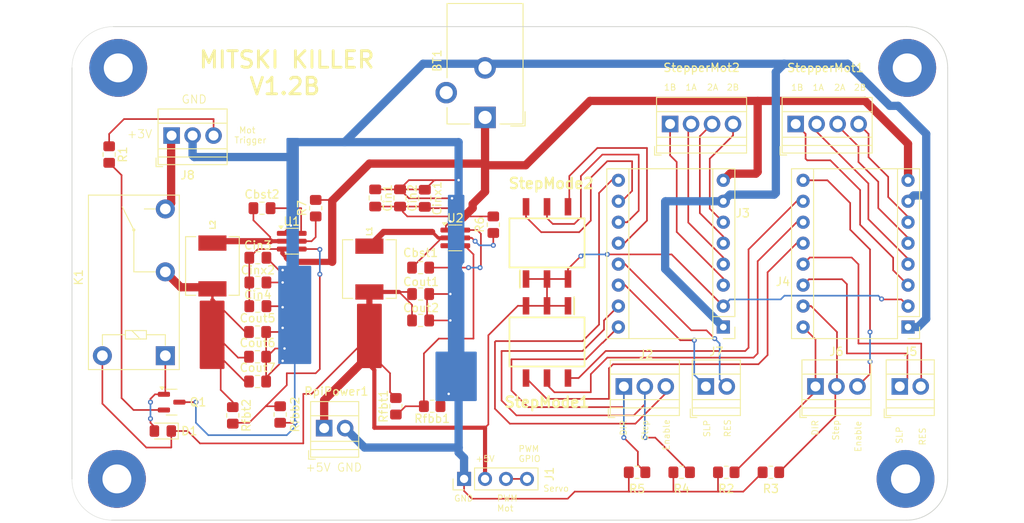
<source format=kicad_pcb>
(kicad_pcb (version 20240108) (generator "pcbnew") (generator_version "8.0")
  (layers (0 "F.Cu" signal) (31 "B.Cu" signal) (34 "B.Paste" user) (35 "F.Paste" user) (36 "B.SilkS" user "B.Silkscreen") (37 "F.SilkS" user "F.Silkscreen") (38 "B.Mask" user) (39 "F.Mask" user) (44 "Edge.Cuts" user))
  (net 0 "")
  (net 1 "GND")
  (net 2 "+12V")
  (net 3 "+5V")
  (net 4 "+3V")
  (net 5 "RPIO GPIO 17")
  (net 6 "RPIO GPIO 18")
  (net 7 "Net-(D1-A)")
  (net 8 "RPIO GPIO 24")
  (net 9 "RPIO GPIO 22")
  (net 10 "RPIO GPIO 23")
  (net 11 "RPIO GPIO 19")
  (net 12 "Net-(DCMotor1-+)")
  (net 13 "RPI GPIO 21")
  (net 14 "Net-(J3-MS3)")
  (net 15 "Net-(J3-1A)")
  (net 16 "Net-(J3-2A)")
  (net 17 "Net-(J3-~{SLEEP})")
  (net 18 "Net-(J3-MS1)")
  (net 19 "Net-(J3-~{RESET})")
  (net 20 "Net-(J3-2B)")
  (net 21 "Net-(J3-MS2)")
  (net 22 "Net-(J3-1B)")
  (net 23 "Net-(J4-MS3)")
  (net 24 "Net-(J4-2A)")
  (net 25 "Net-(J4-~{RESET})")
  (net 26 "Net-(J4-~{SLEEP})")
  (net 27 "Net-(J4-MS2)")
  (net 28 "Net-(J4-1A)")
  (net 29 "Net-(J4-MS1)")
  (net 30 "Net-(J4-1B)")
  (net 31 "Net-(J4-2B)")
  (net 32 "Net-(Q1-B)")
  (net 33 "Motor PWM")
  (net 34 "Net-(U2-VBST)")
  (net 35 "Net-(U2-SW)")
  (net 36 "Net-(U1-SW)")
  (net 37 "Net-(U1-VBST)")
  (net 38 "Net-(U2-VFB)")
  (net 39 "Net-(U1-VFB)")
  (net 40 "Net-(U1-EN)")
  (net 41 "Net-(U2-EN)")
  (footprint "Resistor_SMD:R_0805_2012Metric_Pad1.20x1.40mm_HandSolder" (layer "F.Cu") (at 158.2 88)
    (property "Reference" "R2")
    (property "Value" "10K")
  )
  (footprint "Capacitor_SMD:C_0805_2012Metric_Pad1.18x1.45mm_HandSolder" (layer "F.Cu") (at 101.5 62)
    (property "Reference" "Cin3")
    (property "Value" "10uF")
  )
  (footprint "TerminalBlock:TerminalBlock_Xinya_XY308-2.54-2P_1x02_P2.54mm_Horizontal" (layer "F.Cu") (at 109.525 82.65)
    (property "Reference" "RpiPower1")
    (property "Value" "Conn_01x02")
  )
  (footprint "" (layer "F.Cu") (at 84.435534 88.8)
    (property "Reference" "")
    (property "Value" "")
  )
  (footprint "Connector_BarrelJack:BarrelJack_CUI_PJ-102AH_Horizontal" (layer "F.Cu") (at 129 45 180)
    (property "Reference" "BT1")
    (property "Value" "Battery")
  )
  (footprint "Capacitor_SMD:C_0805_2012Metric_Pad1.18x1.45mm_HandSolder" (layer "F.Cu") (at 121.2 66.4)
    (property "Reference" "Cout1")
    (property "Value" "22uF")
  )
  (footprint "Package_TO_SOT_SMD:SOT-23-6" (layer "F.Cu") (at 105.6 60)
    (property "Reference" "U1")
    (property "Value" "TPS565208DDCR")
  )
  (footprint "TerminalBlock:TerminalBlock_Xinya_XY308-2.54-4P_1x04_P2.54mm_Horizontal" (layer "F.Cu") (at 166.6 45.8)
    (property "Reference" "StepperMot1")
    (property "Value" "Conn_01x04")
  )
  (footprint "SPM6530T-2R2M-HZ:IND_SPM6530T-2R2M-HZ" (layer "F.Cu") (at 96 63 -90)
    (property "Reference" "L2")
    (property "Value" "SPM6530T-2R2M")
  )
  (footprint "Resistor_SMD:R_0805_2012Metric_Pad1.20x1.40mm_HandSolder" (layer "F.Cu") (at 147.4 88)
    (property "Reference" "R5")
    (property "Value" "10K")
  )
  (footprint "Resistor_SMD:R_0805_2012Metric_Pad1.20x1.40mm_HandSolder" (layer "F.Cu") (at 152.8 88)
    (property "Reference" "R4")
    (property "Value" "10K")
  )
  (footprint "Capacitor_SMD:C_0805_2012Metric_Pad1.18x1.45mm_HandSolder" (layer "F.Cu") (at 121.7075 54.8 90)
    (property "Reference" "Cinx1")
    (property "Value" "100nF")
  )
  (footprint "MountingHole:MountingHole_3.5mm_Pad_TopBottom" (layer "F.Cu") (at 179.9 88.8)
    (property "Reference" "REF**" (hide yes))
    (property "Value" "MountingHole_3.5mm_Pad_TopBottom")
  )
  (footprint "TerminalBlock:TerminalBlock_Xinya_XY308-2.54-2P_1x02_P2.54mm_Horizontal" (layer "F.Cu") (at 179.2 77.6)
    (property "Reference" "J5")
    (property "Value" "Conn_01x02")
  )
  (footprint "Connector_PinHeader_2.54mm:PinHeader_1x04_P2.54mm_Vertical" (layer "F.Cu") (at 126.46 88.8 90)
    (property "Reference" "J1")
    (property "Value" "Conn_01x03")
  )
  (footprint "Resistor_SMD:R_0805_2012Metric_Pad1.20x1.40mm_HandSolder" (layer "F.Cu") (at 108.5 56 90)
    (property "Reference" "R7")
    (property "Value" "10k")
  )
  (footprint "DipSwitch-3Pin-219-3MST:SOP254P991X385-6N" (layer "F.Cu") (at 136.5 60.205 90)
    (property "Reference" "StepMode2")
    (property "Value" "219-3MST" (hide yes))
  )
  (footprint "Module:Pololu_Breakout-16_15.2x20.3mm" (layer "F.Cu") (at 180.2 70.4 180)
    (property "Reference" "J4")
    (property "Value" "Pololu_Breakout_A4988")
  )
  (footprint "TerminalBlock:TerminalBlock_Xinya_XY308-2.54-2P_1x02_P2.54mm_Horizontal" (layer "F.Cu") (at 155.725 77.6)
    (property "Reference" "J7")
    (property "Value" "Conn_01x02")
  )
  (footprint "Diode_SMD:D_0805_2012Metric_Pad1.15x1.40mm_HandSolder" (layer "F.Cu") (at 90 83 180)
    (property "Reference" "D1")
    (property "Value" "1N4001")
  )
  (footprint "" (layer "F.Cu") (at 179.9 88.8)
    (property "Reference" "")
    (property "Value" "")
  )
  (footprint "Capacitor_SMD:C_0805_2012Metric_Pad1.18x1.45mm_HandSolder" (layer "F.Cu") (at 101.4625 77)
    (property "Reference" "Cout7")
    (property "Value" "22uF")
  )
  (footprint "Resistor_SMD:R_0805_2012Metric_Pad1.20x1.40mm_HandSolder" (layer "F.Cu") (at 83.5 49.5 -90)
    (property "Reference" "R1")
    (property "Value" "750")
  )
  (footprint "Package_TO_SOT_SMD:SOT-23-6" (layer "F.Cu") (at 125.4 59.6)
    (property "Reference" "U2")
    (property "Value" "TPS565208DDCR")
  )
  (footprint "Resistor_SMD:R_0805_2012Metric_Pad1.20x1.40mm_HandSolder" (layer "F.Cu") (at 98.4625 81.105 -90)
    (property "Reference" "Rfbt2")
    (property "Value" "33.2kOhm")
  )
  (footprint "Capacitor_SMD:C_0805_2012Metric_Pad1.18x1.45mm_HandSolder" (layer "F.Cu") (at 121.2 63.2)
    (property "Reference" "Cbst1")
    (property "Value" "100nF")
  )
  (footprint "Capacitor_SMD:C_0805_2012Metric_Pad1.18x1.45mm_HandSolder" (layer "F.Cu") (at 101.5 65)
    (property "Reference" "Cinx2")
    (property "Value" "100nF")
  )
  (footprint "Capacitor_SMD:C_0805_2012Metric_Pad1.18x1.45mm_HandSolder" (layer "F.Cu") (at 121.2 69.6)
    (property "Reference" "Cout2")
    (property "Value" "22uF")
  )
  (footprint "Resistor_SMD:R_0805_2012Metric_Pad1.20x1.40mm_HandSolder" (layer "F.Cu") (at 104.2 81 -90)
    (property "Reference" "Rfbb2")
    (property "Value" "10kOhm")
  )
  (footprint "Module:Pololu_Breakout-16_15.2x20.3mm" (layer "F.Cu") (at 157.84 70.4 180)
    (property "Reference" "J3")
    (property "Value" "Pololu_Breakout_A4988")
  )
  (footprint "" (layer "F.Cu") (at 84.6 39)
    (property "Reference" "")
    (property "Value" "")
  )
  (footprint "SPM6530T-3R3M-HZ:IND_SPM6530T-3R3M-HZ" (layer "F.Cu") (at 115 63.375 -90)
    (property "Reference" "L1")
    (property "Value" "SPM6530T-3R3M")
  )
  (footprint "Capacitor_SMD:C_0805_2012Metric_Pad1.18x1.45mm_HandSolder" (layer "F.Cu") (at 101.5 67.875)
    (property "Reference" "Cin4")
    (property "Value" "10uF")
  )
  (footprint "" (layer "F.Cu") (at 180.1 39)
    (property "Reference" "")
    (property "Value" "")
  )
  (footprint "MountingHole:MountingHole_3.5mm_Pad_TopBottom" (layer "F.Cu") (at 180.1 39)
    (property "Reference" "REF**" (hide yes))
    (property "Value" "MountingHole_3.5mm_Pad_TopBottom")
  )
  (footprint "DipSwitch-3Pin-219-3MST:SOP254P991X385-6N" (layer "F.Cu") (at 136.5 72.205 -90)
    (property "Reference" "StepMode1")
    (property "Value" "219-3MST" (hide yes))
  )
  (footprint "Capacitor_SMD:C_0805_2012Metric_Pad1.18x1.45mm_HandSolder" (layer "F.Cu") (at 102 56)
    (property "Reference" "Cbst2")
    (property "Value" "100nF")
  )
  (footprint "TerminalBlock:TerminalBlock_Xinya_XY308-2.54-4P_1x04_P2.54mm_Horizontal" (layer "F.Cu") (at 151.4 45.8)
    (property "Reference" "StepperMot2")
    (property "Value" "Conn_01x04")
  )
  (footprint "Capacitor_SMD:C_0805_2012Metric_Pad1.18x1.45mm_HandSolder" (layer "F.Cu") (at 118.7075 54.7625 90)
    (property "Reference" "Cin2")
    (property "Value" "10uF")
  )
  (footprint "Package_TO_SOT_SMD:SOT-23" (layer "F.Cu") (at 91.0625 79.5)
    (property "Reference" "Q1")
    (property "Value" "MMBT2222A")
  )
  (footprint "Capacitor_SMD:C_0805_2012Metric_Pad1.18x1.45mm_HandSolder" (layer "F.Cu") (at 101.4625 71)
    (property "Reference" "Cout5")
    (property "Value" "22uF")
  )
  (footprint "TerminalBlock:TerminalBlock_Xinya_XY308-2.54-3P_1x03_P2.54mm_Horizontal" (layer "F.Cu") (at 91.06 47.2)
    (property "Reference" "J8")
    (property "Value" "Conn_01x03")
  )
  (footprint "Resistor_SMD:R_0805_2012Metric_Pad1.20x1.40mm_HandSolder" (layer "F.Cu") (at 163.6 88)
    (property "Reference" "R3")
    (property "Value" "10K")
  )
  (footprint "Capacitor_SMD:C_0805_2012Metric_Pad1.18x1.45mm_HandSolder" (layer "F.Cu") (at 115.7075 54.7625 90)
    (property "Reference" "Cin1")
    (property "Value" "10uF")
  )
  (footprint "TerminalBlock:TerminalBlock_Xinya_XY308-2.54-3P_1x03_P2.54mm_Horizontal" (layer "F.Cu") (at 169 77.6)
    (property "Reference" "J6")
    (property "Value" "Conn_01x03")
  )
  (footprint "MountingHole:MountingHole_3.5mm_Pad_TopBottom" (layer "F.Cu") (at 84.435534 88.8)
    (property "Reference" "REF**" (hide yes))
    (property "Value" "MountingHole_3.5mm_Pad_TopBottom")
  )
  (footprint "Capacitor_SMD:C_0805_2012Metric_Pad1.18x1.45mm_HandSolder" (layer "F.Cu") (at 101.4625 74)
    (property "Reference" "Cout6")
    (property "Value" "22uF")
  )
  (footprint "MountingHole:MountingHole_3.5mm_Pad_TopBottom" (layer "F.Cu") (at 84.6 39)
    (property "Reference" "REF**" (hide yes))
    (property "Value" "MountingHole_3.5mm_Pad_TopBottom")
  )
  (footprint "Resistor_SMD:R_0805_2012Metric_Pad1.20x1.40mm_HandSolder" (layer "F.Cu") (at 130 58 90)
    (property "Reference" "R6")
    (property "Value" "10k")
  )
  (footprint "TerminalBlock:TerminalBlock_Xinya_XY308-2.54-3P_1x03_P2.54mm_Horizontal" (layer "F.Cu") (at 145.8 77.6)
    (property "Reference" "J2")
    (property "Value" "Conn_01x03")
  )
  (footprint "Resistor_SMD:R_0805_2012Metric_Pad1.20x1.40mm_HandSolder" (layer "F.Cu") (at 122.6 80)
    (property "Reference" "Rfbb1")
    (property "Value" "10kOhm")
  )
  (footprint "Resistor_SMD:R_0805_2012Metric_Pad1.20x1.40mm_HandSolder" (layer "F.Cu") (at 118.2075 80 -90)
    (property "Reference" "Rfbt1")
    (property "Value" "55kOhm")
  )
  (footprint "Relay_THT:Relay_SPST_Omron-G5Q-1A" (layer "F.Cu") (at 90.3 73.875 90)
    (property "Reference" "K1")
    (property "Value" "G5Q-1A")
  )
  (gr_arc (start 180 34) (mid 183.535534 35.464466) (end 185 39) (stroke (width 0.1)) (layer "Edge.Cuts"))
  (gr_line (start 185 39) (end 185 88.864466) (stroke (width 0.1)) (layer "Edge.Cuts"))
  (gr_arc (start 79 39) (mid 80.464466 35.464466) (end 84 34) (stroke (width 0.05)) (layer "Edge.Cuts"))
  (gr_line (start 84 34) (end 180 34) (stroke (width 0.1)) (layer "Edge.Cuts"))
  (gr_line (start 79 88.8) (end 79 39) (stroke (width 0.1)) (layer "Edge.Cuts"))
  (gr_arc (start 185 88.864466) (mid 183.522183 92.367767) (end 180 93.8) (stroke (width 0.1)) (layer "Edge.Cuts"))
  (gr_arc (start 83.8 93.8) (mid 80.364466 92.294113) (end 79 88.8) (stroke (width 0.05)) (layer "Edge.Cuts"))
  (gr_line (start 180 93.8) (end 83.8 93.8) (stroke (width 0.1)) (layer "Edge.Cuts"))
  (gr_text "2A" (at 171.19 41.82 0) (layer "F.SilkS") (effects (font (size 0.75 0.75) (thickness 0.1)) (justify left bottom)))
  (gr_text "GND" (at 125.2 91.6 0) (layer "F.SilkS") (effects (font (size 0.75 0.75) (thickness 0.1)) (justify left bottom)))
  (gr_text "SLP" (at 156.3 83.8 90) (layer "F.SilkS") (effects (font (size 0.75 0.75) (thickness 0.1)) (justify left bottom)))
  (gr_text "DIR" (at 146.2 83.6 90) (layer "F.SilkS") (effects (font (size 0.75 0.75) (thickness 0.1)) (justify left bottom)))
  (gr_text "PWM\nMot" (at 130.4 92.8 0) (layer "F.SilkS") (effects (font (size 0.75 0.75) (thickness 0.1)) (justify left bottom)))
  (gr_text "+5V" (at 107.2 88 0) (layer "F.SilkS") (effects (font (size 1 1) (thickness 0.1)) (justify left bottom)))
  (gr_text "Enable" (at 174.6 85.6 90) (layer "F.SilkS") (effects (font (size 0.75 0.75) (thickness 0.1)) (justify left bottom)))
  (gr_text "Step\n" (at 171.9 84.2 90) (layer "F.SilkS") (effects (font (size 0.75 0.75) (thickness 0.1)) (justify left bottom)))
  (gr_text "RES" (at 158.8 83.8 90) (layer "F.SilkS") (effects (font (size 0.75 0.75) (thickness 0.1)) (justify left bottom)))
  (gr_text "1A\n" (at 168.59 41.82 0) (layer "F.SilkS") (effects (font (size 0.75 0.75) (thickness 0.1)) (justify left bottom)))
  (gr_text "1B" (at 150.6 41.8 0) (layer "F.SilkS") (effects (font (size 0.75 0.75) (thickness 0.1)) (justify left bottom)))
  (gr_text "Step\n" (at 148.8 84.2 90) (layer "F.SilkS") (effects (font (size 0.75 0.75) (thickness 0.1)) (justify left bottom)))
  (gr_text "Servo" (at 136 90.4 0) (layer "F.SilkS") (effects (font (size 0.75 0.75) (thickness 0.1)) (justify left bottom)))
  (gr_text "1B" (at 165.99 41.82 0) (layer "F.SilkS") (effects (font (size 0.75 0.75) (thickness 0.1)) (justify left bottom)))
  (gr_text "RES" (at 182.4 84.8 90) (layer "F.SilkS") (effects (font (size 0.75 0.75) (thickness 0.1)) (justify left bottom)))
  (gr_text "GND" (at 92.2 43.4 0) (layer "F.SilkS") (effects (font (size 1 1) (thickness 0.1)) (justify left bottom)))
  (gr_text "DIR" (at 169.4 83.6 90) (layer "F.SilkS") (effects (font (size 0.75 0.75) (thickness 0.1)) (justify left bottom)))
  (gr_text "GND" (at 111 88 0) (layer "F.SilkS") (effects (font (size 1 1) (thickness 0.1)) (justify left bottom)))
  (gr_text "2B\n" (at 158.2 41.8 0) (layer "F.SilkS") (effects (font (size 0.75 0.75) (thickness 0.1)) (justify left bottom)))
  (gr_text "PWM\nGPIO" (at 133 86.8 0) (layer "F.SilkS") (effects (font (size 0.75 0.75) (thickness 0.1)) (justify left bottom)))
  (gr_text "1A\n" (at 153.2 41.8 0) (layer "F.SilkS") (effects (font (size 0.75 0.75) (thickness 0.1)) (justify left bottom)))
  (gr_text "+3V" (at 85.6 47.6 0) (layer "F.SilkS") (effects (font (size 1 1) (thickness 0.1)) (justify left bottom)))
  (gr_text "Enable" (at 151.4 85.4 90) (layer "F.SilkS") (effects (font (size 0.75 0.75) (thickness 0.1)) (justify left bottom)))
  (gr_text "2B\n" (at 173.59 41.82 0) (layer "F.SilkS") (effects (font (size 0.75 0.75) (thickness 0.1)) (justify left bottom)))
  (gr_text "+5V" (at 127.8 86.8 0) (layer "F.SilkS") (effects (font (size 0.75 0.75) (thickness 0.1)) (justify left bottom)))
  (gr_text " Mot \nTrigger" (at 98.6 48.2 0) (layer "F.SilkS") (effects (font (size 0.75 0.75) (thickness 0.1)) (justify left bottom)))
  (gr_text "MITSKI KILLER \n    V1.2B" (at 94.2 42.4 0) (layer "F.SilkS") (effects (font (size 2 2) (thickness 0.35) (bold yes)) (justify left bottom)))
  (gr_text "2A" (at 155.8 41.8 0) (layer "F.SilkS") (effects (font (size 0.75 0.75) (thickness 0.1)) (justify left bottom)))
  (gr_text "SLP" (at 179.6 84.6 90) (layer "F.SilkS") (effects (font (size 0.75 0.75) (thickness 0.1)) (justify left bottom)))
  (segment (start 123.7075 79.1675) (end 123.7075 80) (width 0.2) (layer "F.Cu") (net 1))
  (segment (start 124.2625 58.65) (end 124.2625 58.1375) (width 0.2) (layer "F.Cu") (net 1))
  (segment (start 103.605 73) (end 102.5 74.105) (width 0.2) (layer "F.Cu") (net 1))
  (segment (start 125.8 52.6) (end 123 52.6) (width 0.2) (layer "F.Cu") (net 1))
  (segment (start 94 79.5) (end 92 79.5) (width 0.2) (layer "F.Cu") (net 1))
  (segment (start 119.7825 54.8) (end 118.7075 53.725) (width 0.2) (layer "F.Cu") (net 1))
  (segment (start 102.5375 67.875) (end 104.375 67.875) (width 0.2) (layer "F.Cu") (net 1))
  (segment (start 124.8 69.6) (end 122.2375 69.6) (width 0.2) (layer "F.Cu") (net 1))
  (segment (start 121.7075 53.7625) (end 121.7075 54.155) (width 0.2) (layer "F.Cu") (net 1))
  (segment (start 126.46 88.8) (end 126.46 90.26) (width 0.2) (layer "F.Cu") (net 1))
  (segment (start 157.2 90.34) (end 160.26 90.34) (width 0.2) (layer "F.Cu") (net 1))
  (segment (start 124.375 78.5) (end 123.7075 79.1675) (width 0.2) (layer "F.Cu") (net 1))
  (segment (start 115.7075 53.725) (end 118.7075 53.725) (width 0.2) (layer "F.Cu") (net 1))
  (segment (start 105.5 58.1) (end 104.55 59.05) (width 0.2) (layer "F.Cu") (net 1))
  (segment (start 139.86 90.34) (end 146.4 90.34) (width 0.2) (layer "F.Cu") (net 1))
  (segment (start 151.8 90.34) (end 157.2 90.34) (width 0.2) (layer "F.Cu") (net 1))
  (segment (start 104.375 67.875) (end 104.5 68) (width 0.2) (layer "F.Cu") (net 1))
  (segment (start 102.5 76.5) (end 104.5 74.5) (width 0.2) (layer "F.Cu") (net 1))
  (segment (start 127.4 91.2) (end 139 91.2) (width 0.2) (layer "F.Cu") (net 1))
  (segment (start 102.5 71.5) (end 102.5 77.5) (width 0.2) (layer "F.Cu") (net 1))
  (segment (start 104.0375 63.5) (end 104.5 63.5) (width 0.2) (layer "F.Cu") (net 1))
  (segment (start 146.4 90.34) (end 151.8 90.34) (width 0.2) (layer "F.Cu") (net 1))
  (segment (start 160.26 90.34) (end 162.6 88) (width 0.2) (layer "F.Cu") (net 1))
  (segment (start 121.67 53.725) (end 121.7075 53.7625) (width 0.2) (layer "F.Cu") (net 1))
  (segment (start 122.2375 66.4) (end 121.98125 66.65625) (width 0.2) (layer "F.Cu") (net 1))
  (segment (start 146.4 88) (end 146.4 90.34) (width 0.2) (layer "F.Cu") (net 1))
  (segment (start 162.85 88) (end 162.6 88) (width 0.2) (layer "F.Cu") (net 1))
  (segment (start 104.72625 73) (end 103.605 73) (width 0.2) (layer "F.Cu") (net 1))
  (segment (start 102.5 77.5) (end 102.5 76.5) (width 0.2) (layer "F.Cu") (net 1))
  (segment (start 124.8 66.4) (end 122.2375 66.4) (width 0.2) (layer "F.Cu") (net 1))
  (segment (start 118.7075 53.725) (end 119 54.0175) (width 0.2) (layer "F.Cu") (net 1))
  (segment (start 102.5375 65) (end 104.5 65) (width 0.2) (layer "F.Cu") (net 1))
  (segment (start 121.98125 66.65625) (end 121.98125 69.34375) (width 0.2) (layer "F.Cu") (net 1))
  (segment (start 125 54.8) (end 119.7825 54.8) (width 0.2) (layer "F.Cu") (net 1))
  (segment (start 119.775 52.6) (end 119 53.375) (width 0.2) (layer "F.Cu") (net 1))
  (segment (start 151.8 88) (end 151.8 90.34) (width 0.2) (layer "F.Cu") (net 1))
  (segment (start 104 71) (end 102.5 71) (width 0.2) (layer "F.Cu") (net 1))
  (segment (start 121.98125 69.34375) (end 122.2375 69.6) (width 0.2) (layer "F.Cu") (net 1))
  (segment (start 124.2625 58.1375) (end 124.8 57.6) (width 0.2) (layer "F.Cu") (net 1))
  (segment (start 104.55 59.05) (end 104.4625 59.05) (width 0.2) (layer "F.Cu") (net 1))
  (segment (start 123 52.6) (end 119.775 52.6) (width 0.2) (layer "F.Cu") (net 1))
  (segment (start 126.46 88.8) (end 126.46 89.26) (width 0.2) (layer "F.Cu") (net 1))
  (segment (start 106 82) (end 104.2 82) (width 0.2) (layer "F.Cu") (net 1))
  (segment (start 157.2 88) (end 157.2 90.34) (width 0.2) (layer "F.Cu") (net 1))
  (segment (start 104.5 70.5) (end 104 71) (width 0.2) (layer "F.Cu") (net 1))
  (segment (start 123 52.6) (end 122.87 52.6) (width 0.2) (layer "F.Cu") (net 1))
  (segment (start 124.6 78.5) (end 124.375 78.5) (width 0.2) (layer "F.Cu") (net 1))
  (segment (start 126.46 90.26) (end 127.4 91.2) (width 0.2) (layer "F.Cu") (net 1))
  (segment (start 122.87 52.6) (end 121.7075 53.7625) (width 0.2) (layer "F.Cu") (net 1))
  (segment (start 102.5375 62) (end 104.0375 63.5) (width 0.2) (layer "F.Cu") (net 1))
  (segment (start 139 91.2) (end 139.86 90.34) (width 0.2) (layer "F.Cu") (net 1))
  (segment (start 118.7075 53.725) (end 121.67 53.725) (width 0.2) (layer "F.Cu") (net 1))
  (via (at 124.8 66.4) (size 0.6) (drill 0.3) (layers "F.Cu" "B.Cu") (net 1))
  (via (at 104.5 65) (size 0.6) (drill 0.3) (layers "F.Cu" "B.Cu") (net 1))
  (via (at 125 54.8) (size 0.6) (drill 0.3) (layers "F.Cu" "B.Cu") (net 1))
  (via (at 106 82) (size 0.6) (drill 0.3) (layers "F.Cu" "B.Cu") (net 1))
  (via (at 104.72625 73) (size 0.6) (drill 0.3) (layers "F.Cu" "B.Cu") (net 1))
  (via (at 104.5 63.5) (size 0.6) (drill 0.3) (layers "F.Cu" "B.Cu") (net 1))
  (via (at 124.8 69.6) (size 0.6) (drill 0.3) (layers "F.Cu" "B.Cu") (net 1))
  (via (at 104.5 68) (size 0.6) (drill 0.3) (layers "F.Cu" "B.Cu") (net 1))
  (via (at 125.8 52.6) (size 0.6) (drill 0.3) (layers "F.Cu" "B.Cu") (net 1))
  (via (at 104.5 70.5) (size 0.6) (drill 0.3) (layers "F.Cu" "B.Cu") (net 1))
  (via (at 105.5 58.1) (size 0.6) (drill 0.3) (layers "F.Cu" "B.Cu") (net 1))
  (via (at 124.8 57.6) (size 0.6) (drill 0.3) (layers "F.Cu" "B.Cu") (net 1))
  (via (at 124.6 78.5) (size 0.6) (drill 0.3) (layers "F.Cu" "B.Cu") (net 1))
  (via (at 104.5 74.5) (size 0.6) (drill 0.3) (layers "F.Cu" "B.Cu") (net 1))
  (via (at 94 79.5) (size 0.6) (drill 0.3) (layers "F.Cu" "B.Cu") (net 1))
  (segment (start 112 48) (end 121.5 38.5) (width 1) (layer "B.Cu") (net 1))
  (segment (start 182.4 47) (end 182.4 69.4) (width 1) (layer "B.Cu") (net 1))
  (segment (start 164.2 39.5) (end 164.2 54.155) (width 1) (layer "B.Cu") (net 1))
  (segment (start 94 82) (end 95.5 83.5) (width 0.2) (layer "B.Cu") (net 1))
  (segment (start 164.2 54.155) (end 164 54.355) (width 1) (layer "B.Cu") (net 1))
  (segment (start 157.84 55.16) (end 150.845 55.16) (width 1) (layer "B.Cu") (net 1))
  (segment (start 180.91 54.45) (end 180.2 55.16) (width 1) (layer "B.Cu") (net 1))
  (segment (start 158.645 54.355) (end 157.84 55.16) (width 1) (layer "B.Cu") (net 1))
  (segment (start 114.415 85) (end 125.8 85) (width 1) (layer "B.Cu") (net 1))
  (segment (start 106 82.5) (end 106 82) (width 0.2) (layer "B.Cu") (net 1))
  (segment (start 93.6 47.2) (end 93.6 49.6) (width 1) (layer "B.Cu") (net 1))
  (segment (start 179 43.6) (end 182.4 47) (width 1) (layer "B.Cu") (net 1))
  (segment (start 93.6 49.6) (end 93.8 49.8) (width 1) (layer "B.Cu") (net 1))
  (segment (start 182.4 69.4) (end 181.4 70.4) (width 1) (layer "B.Cu") (net 1))
  (segment (start 165.2 38.5) (end 172.9 38.5) (width 1) (layer "B.Cu") (net 1))
  (segment (start 94 79.5) (end 94 82) (width 0.2) (layer "B.Cu") (net 1))
  (segment (start 121.5 38.5) (end 165.2 38.5) (width 1) (layer "B.Cu") (net 1))
  (segment (start 112.065 82.65) (end 114.415 85) (width 1) (layer "B.Cu") (net 1))
  (segment (start 165.2 38.5) (end 164.2 39.5) (width 1) (layer "B.Cu") (net 1))
  (segment (start 105.9625 81.9625) (end 106 82) (width 0.2) (layer "B.Cu") (net 1))
  (segment (start 105 83.5) (end 106 82.5) (width 0.2) (layer "B.Cu") (net 1))
  (segment (start 172.9 38.5) (end 178 43.6) (width 1) (layer "B.Cu") (net 1))
  (segment (start 164 54.355) (end 158.645 54.355) (width 1) (layer "B.Cu") (net 1))
  (segment (start 112 48) (end 125.8 48) (width 1) (layer "B.Cu") (net 1))
  (segment (start 125.8 48) (end 125.8 55.8) (width 1) (layer "B.Cu") (net 1))
  (segment (start 150.8 63.36) (end 157.84 70.4) (width 1) (layer "B.Cu") (net 1))
  (segment (start 126.46 86.26) (end 126.46 88.8) (width 1) (layer "B.Cu") (net 1))
  (segment (start 105.9625 74.2) (end 105.9625 81.9625) (width 0.2) (layer "B.Cu") (net 1))
  (segment (start 95.5 83.5) (end 105 83.5) (width 0.2) (layer "B.Cu") (net 1))
  (segment (start 150.8 55.205) (end 150.8 63.36) (width 1) (layer "B.Cu") (net 1))
  (segment (start 125.8 85.6) (end 126.46 86.26) (width 1) (layer "B.Cu") (net 1))
  (segment (start 178 43.6) (end 179 43.6) (width 1) (layer "B.Cu") (net 1))
  (segment (start 112 48) (end 105.5 48) (width 1) (layer "B.Cu") (net 1))
  (segment (start 93.8 49.8) (end 105.6 49.8) (width 1) (layer "B.Cu") (net 1))
  (segment (start 125.8 85) (end 125.8 85.6) (width 1) (layer "B.Cu") (net 1))
  (segment (start 182.35 54.45) (end 180.91 54.45) (width 1) (layer "B.Cu") (net 1))
  (segment (start 181.4 70.4) (end 180.2 70.4) (width 1) (layer "B.Cu") (net 1))
  (segment (start 150.845 55.16) (end 150.8 55.205) (width 1) (layer "B.Cu") (net 1))
  (segment (start 125.8 85) (end 125.8 78.4) (width 1) (layer "B.Cu") (net 1))
  (segment (start 100.4625 62) (end 101.5125 60.95) (width 0.2) (layer "F.Cu") (net 2))
  (segment (start 119.6 57) (end 119.0375 56.4375) (width 0.2) (layer "F.Cu") (net 2))
  (segment (start 126.48919 57) (end 126.344595 57.144595) (width 0.2) (layer "F.Cu") (net 2))
  (segment (start 126.344595 57.144595) (end 127.5 55.98919) (width 1) (layer "F.Cu") (net 2))
  (segment (start 110.5 62.5) (end 105.5 62.5) (width 0.75) (layer "F.Cu") (net 2))
  (segment (start 124.85 60.55) (end 124.2625 60.55) (width 0.35) (layer "F.Cu") (net 2))
  (segment (start 110.5 55.1) (end 115 50.6) (width 1) (layer "F.Cu") (net 2))
  (segment (start 161.785 51.815) (end 158.645 51.815) (width 1) (layer "F.Cu") (net 2))
  (segment (start 125.6 56) (end 126.6 57) (width 0.2) (layer "F.Cu") (net 2))
  (segment (start 121.7075 55.8375) (end 121.87 56) (width 0.2) (layer "F.Cu") (net 2))
  (segment (start 180.2 48.2) (end 180.2 52.62) (width 1) (layer "F.Cu") (net 2))
  (segment (start 129 50.6) (end 129.2 50.8) (width 1) (layer "F.Cu") (net 2))
  (segment (start 125.4 60) (end 124.85 60.55) (width 0.35) (layer "F.Cu") (net 2))
  (segment (start 110.5 62.5) (end 110.5 55.1) (width 1) (layer "F.Cu") (net 2))
  (segment (start 108.5 55) (end 110.4 55) (width 0.2) (layer "F.Cu") (net 2))
  (segment (start 110.4 55) (end 110.5 55.1) (width 0.2) (layer "F.Cu") (net 2))
  (segment (start 130 57) (end 126.48919 57) (width 0.2) (layer "F.Cu") (net 2))
  (segment (start 105.5 62.5) (end 105 62) (width 0.75) (layer "F.Cu") (net 2))
  (segment (start 125.4 58.08919) (end 125.4 60) (width 0.35) (layer "F.Cu") (net 2))
  (segment (start 115 50.6) (end 129 50.6) (width 1) (layer "F.Cu") (net 2))
  (segment (start 121.7075 55.8375) (end 121.67 55.8) (width 0.2) (layer "F.Cu") (net 2))
  (segment (start 127.5 55.98919) (end 127.5 55.5) (width 1) (layer "F.Cu") (net 2))
  (segment (start 105 62) (end 104.4625 61.4625) (width 0.5) (layer "F.Cu") (net 2))
  (segment (start 141.705 43) (end 175 43) (width 1) (layer "F.Cu") (net 2))
  (segment (start 129.2 50.8) (end 133.905 50.8) (width 1) (layer "F.Cu") (net 2))
  (segment (start 100.4625 65) (end 100.4625 62) (width 0.2) (layer "F.Cu") (net 2))
  (segment (start 162 51.6) (end 161.785 51.815) (width 1) (layer "F.Cu") (net 2))
  (segment (start 175 43) (end 180.2 48.2) (width 1) (layer "F.Cu") (net 2))
  (segment (start 118.8375 55.8) (end 119 55.9625) (width 0.2) (layer "F.Cu") (net 2))
  (segment (start 121.87 56) (end 125.6 56) (width 0.2) (layer "F.Cu") (net 2))
  (segment (start 133.905 50.8) (end 141.705 43) (width 1) (layer "F.Cu") (net 2))
  (segment (start 121.67 55.8) (end 118.7075 55.8) (width 0.2) (layer "F.Cu") (net 2))
  (segment (start 104.4625 61.4625) (end 104.4625 61) (width 0.5) (layer "F.Cu") (net 2))
  (segment (start 101.5125 60.95) (end 104.4625 60.95) (width 0.2) (layer "F.Cu") (net 2))
  (segment (start 158.645 51.815) (end 157.84 52.62) (width 1) (layer "F.Cu") (net 2))
  (segment (start 127.089191 56.4) (end 127.4 56.4) (width 0.35) (layer "F.Cu") (net 2))
  (segment (start 115.7075 55.8) (end 118.8375 55.8) (width 0.2) (layer "F.Cu") (net 2))
  (segment (start 129 54) (end 129 45) (width 1) (layer "F.Cu") (net 2))
  (segment (start 126.344595 57.144595) (end 125.4 58.08919) (width 0.35) (layer "F.Cu") (net 2))
  (segment (start 100.4625 67.875) (end 100.4625 65) (width 0.2) (layer "F.Cu") (net 2))
  (segment (start 126.444596 57.044596) (end 126.4 57) (width 0.2) (layer "F.Cu") (net 2))
  (segment (start 127.5 55.5) (end 129 54) (width 1) (layer "F.Cu") (net 2))
  (segment (start 162 43) (end 162 51.6) (width 1) (layer "F.Cu") (net 2))
  (segment (start 126.4 57) (end 119.6 57) (width 0.2) (layer "F.Cu") (net 2))
  (segment (start 133.96 64.58) (end 136.5 64.58) (width 0.2) (layer "F.Cu") (net 3))
  (segment (start 129 82.6) (end 129 88.8) (width 0.5) (layer "F.Cu") (net 3))
  (segment (start 136.5 64.58) (end 136.5 67.83) (width 0.2) (layer "F.Cu") (net 3))
  (segment (start 109.525 82.65) (end 109.525 79.275) (width 1) (layer "F.Cu") (net 3))
  (segment (start 91.025 83) (end 91.025 84.975) (width 0.2) (layer "F.Cu") (net 3))
  (segment (start 129 82.6) (end 115.6 82.6) (width 0.5) (layer "F.Cu") (net 3))
  (segment (start 179.395 67.055) (end 180.2 67.86) (width 0.2) (layer "F.Cu") (net 3))
  (segment (start 129 82.6) (end 129.4 82.2) (width 0.2) (layer "F.Cu") (net 3))
  (segment (start 115.6 82.6) (end 115.6 75.6) (width 0.5) (layer "F.Cu") (net 3))
  (segment (start 115 66.15) (end 115 67.6) (width 0.75) (layer "F.Cu") (net 3))
  (segment (start 117.5 78.2925) (end 117.5 76) (width 0.2) (layer "F.Cu") (net 3))
  (segment (start 118.2075 79) (end 117.5 78.2925) (width 0.2) (layer "F.Cu") (net 3))
  (segment (start 139.04 63.36) (end 139.04 64.58) (width 0.2) (layer "F.Cu") (net 3))
  (segment (start 177.055 67.055) (end 179.395 67.055) (width 0.2) (layer "F.Cu") (net 3))
  (segment (start 143.8 61.6) (end 151.58 61.6) (width 0.2) (layer "F.Cu") (net 3))
  (segment (start 120.1625 67.71875) (end 118.59375 66.15) (width 0.2) (layer "F.Cu") (net 3))
  (segment (start 108 78.5) (end 114 72.5) (width 0.2) (layer "F.Cu") (net 3))
  (segment (start 91 85) (end 88 85) (width 0.2) (layer "F.Cu") (net 3))
  (segment (start 91.025 84.975) (end 91 85) (width 0.2) (layer "F.Cu") (net 3))
  (segment (start 129.4 82.2) (end 129.4 71.4) (width 0.2) (layer "F.Cu") (net 3))
  (segment (start 129.4 71.4) (end 132.97 67.83) (width 0.2) (layer "F.Cu") (net 3))
  (segment (start 139.04 67.83) (end 136.5 67.83) (width 0.2) (layer "F.Cu") (net 3))
  (segment (start 115.6 75.6) (end 115 75) (width 0.5) (layer "F.Cu") (net 3))
  (segment (start 151.58 61.6) (end 157.84 67.86) (width 0.2) (layer "F.Cu") (net 3))
  (segment (start 177 67) (end 177.055 67.055) (width 0.2) (layer "F.Cu") (net 3))
  (segment (start 139.04 64.58) (end 136.5 64.58) (width 0.2) (layer "F.Cu") (net 3))
  (segment (start 107 78.5) (end 108 78.5) (width 0.2) (layer "F.Cu") (net 3))
  (segment (start 132.97 67.83) (end 133.96 67.83) (width 0.2) (layer "F.Cu") (net 3))
  (segment (start 109.525 79.275) (end 113.1 75.7) (width 1) (layer "F.Cu") (net 3))
  (segment (start 94.5 84.5) (end 107 84.5) (width 0.2) (layer "F.Cu") (net 3))
  (segment (start 140.6 61.8) (end 139.04 63.36) (width 0.2) (layer "F.Cu") (net 3))
  (segment (start 120.1625 69.6) (end 120.1625 67.71875) (width 0.2) (layer "F.Cu") (net 3))
  (segment (start 133.96 67.83) (end 136.5 67.83) (width 0.2) (layer "F.Cu") (net 3))
  (segment (start 113.1 75.7) (end 114.4 74.4) (width 1) (layer "F.Cu") (net 3))
  (segment (start 91.025 83) (end 93 83) (width 0.2) (layer "F.Cu") (net 3))
  (segment (start 118.59375 66.15) (end 115.675 66.15) (width 0.5) (layer "F.Cu") (net 3))
  (segment (start 93 83) (end 94.5 84.5) (width 0.2) (layer "F.Cu") (net 3))
  (segment (start 107 84.5) (end 107 78.5) (width 0.2) (layer "F.Cu") (net 3))
  (segment (start 120.1625 66.4) (end 119.9125 66.15) (width 0.2) (layer "F.Cu") (net 3))
  (segment (start 88 85) (end 82.68 79.68) (width 0.2) (layer "F.Cu") (net 3))
  (segment (start 82.68 79.68) (end 82.68 73.875) (width 0.2) (layer "F.Cu") (net 3))
  (segment (start 119.9125 66.15) (end 118.59375 66.15) (width 0.2) (layer "F.Cu") (net 3))
  (segment (start 117.5 76) (end 116 74.5) (width 0.2) (layer "F.Cu") (net 3))
  (via (at 177 67) (size 0.6) (drill 0.3) (layers "F.Cu" "B.Cu") (net 3))
  (via (at 143.8 61.6) (size 0.6) (drill 0.3) (layers "F.Cu" "B.Cu") (net 3))
  (via (at 140.6 61.8) (size 0.6) (drill 0.3) (layers "F.Cu" "B.Cu") (net 3))
  (segment (start 177 67) (end 176.6 66.6) (width 0.2) (layer "B.Cu") (net 3))
  (segment (start 176.6 66.6) (end 165.24 66.6) (width 0.2) (layer "B.Cu") (net 3))
  (segment (start 164.785 67.055) (end 158.645 67.055) (width 0.2) (layer "B.Cu") (net 3))
  (segment (start 140.8 61.6) (end 143.8 61.6) (width 0.2) (layer "B.Cu") (net 3))
  (segment (start 158.645 67.055) (end 157.84 67.86) (width 0.2) (layer "B.Cu") (net 3))
  (segment (start 165.24 66.6) (end 164.785 67.055) (width 0.2) (layer "B.Cu") (net 3))
  (segment (start 140.6 61.8) (end 140.8 61.6) (width 0.2) (layer "B.Cu") (net 3))
  (segment (start 95.9625 65.58) (end 92.165 65.58) (width 1) (layer "F.Cu") (net 4))
  (segment (start 98.4625 79.48) (end 97 78.0175) (width 0.2) (layer "F.Cu") (net 4))
  (segment (start 96 67) (end 96.25 67.25) (width 0.3) (layer "F.Cu") (net 4))
  (segment (start 97 78.0175) (end 97 75) (width 0.2) (layer "F.Cu") (net 4))
  (segment (start 100.425 74.105) (end 99.105 74.105) (width 0.2) (layer "F.Cu") (net 4))
  (segment (start 95.9625 65.69625) (end 95.9625 65.58) (width 1) (layer "F.Cu") (net 4))
  (segment (start 95.9625 65.7375) (end 95.9625 65.58) (width 0.2) (layer "F.Cu") (net 4))
  (segment (start 96 67) (end 100 71) (width 0.2) (layer "F.Cu") (net 4))
  (segment (start 96 65.775) (end 96 67) (width 0.3) (layer "F.Cu") (net 4))
  (segment (start 100 71) (end 100.425 71) (width 0.2) (layer "F.Cu") (net 4))
  (segment (start 100.425 77.5) (end 97 74.075) (width 0.2) (layer "F.Cu") (net 4))
  (segment (start 99.105 74.105) (end 97 72) (width 0.2) (layer "F.Cu") (net 4))
  (segment (start 96 65.775) (end 95.9625 65.7375) (width 0.2) (layer "F.Cu") (net 4))
  (segment (start 92.165 65.58) (end 90.3 63.715) (width 1) (layer "F.Cu") (net 4))
  (segment (start 90.25 62.8) (end 90.25 62.75) (width 0.2) (layer "F.Cu") (net 4))
  (segment (start 97 74.075) (end 97 74) (width 0.2) (layer "F.Cu") (net 4))
  (segment (start 159.2 88) (end 169 78.2) (width 0.2) (layer "F.Cu") (net 5))
  (segment (start 169 77.6) (end 169 71.9) (width 0.2) (layer "F.Cu") (net 5))
  (segment (start 169 78.2) (end 169 77.6) (width 0.2) (layer "F.Cu") (net 5))
  (segment (start 169 71.9) (end 167.5 70.4) (width 0.2) (layer "F.Cu") (net 5))
  (segment (start 168.46 67.86) (end 167.5 67.86) (width 0.2) (layer "F.Cu") (net 6))
  (segment (start 164.6 88) (end 171.4 81.2) (width 0.2) (layer "F.Cu") (net 6))
  (segment (start 171.6 71) (end 168.46 67.86) (width 0.2) (layer "F.Cu") (net 6))
  (segment (start 171.6 77.54) (end 171.6 71) (width 0.2) (layer "F.Cu") (net 6))
  (segment (start 171.54 77.6) (end 171.6 77.54) (width 0.2) (layer "F.Cu") (net 6))
  (segment (start 171.4 81.2) (end 171.4 77.74) (width 0.2) (layer "F.Cu") (net 6))
  (segment (start 171.4 77.74) (end 171.54 77.6) (width 0.2) (layer "F.Cu") (net 6))
  (segment (start 88.5 79.5) (end 88.5 79.1) (width 0.2) (layer "F.Cu") (net 7))
  (segment (start 88.5 82) (end 88.975 82.475) (width 0.2) (layer "F.Cu") (net 7))
  (segment (start 89.8 73.95) (end 89.8 72.875) (width 0.2) (layer "F.Cu") (net 7))
  (segment (start 88.5 81.5) (end 88.5 82) (width 0.2) (layer "F.Cu") (net 7))
  (segment (start 89.05 78.55) (end 90.125 78.55) (width 0.2) (layer "F.Cu") (net 7))
  (segment (start 90.3 72.809315) (end 90.3 73.875) (width 0.2) (layer "F.Cu") (net 7))
  (segment (start 90.3 78.375) (end 90.3 73.875) (width 0.2) (layer "F.Cu") (net 7))
  (segment (start 88.975 82.475) (end 88.975 83) (width 0.2) (layer "F.Cu") (net 7))
  (segment (start 88.5 79.1) (end 89.05 78.55) (width 0.2) (layer "F.Cu") (net 7))
  (segment (start 90.125 78.55) (end 90.3 78.375) (width 0.2) (layer "F.Cu") (net 7))
  (via (at 88.5 79.5) (size 0.6) (drill 0.3) (layers "F.Cu" "B.Cu") (net 7))
  (via (at 88.5 81.5) (size 0.6) (drill 0.3) (layers "F.Cu" "B.Cu") (net 7))
  (segment (start 88.5 81.5) (end 88.5 79.5) (width 0.2) (layer "B.Cu") (net 7))
  (segment (start 145.14 52.62) (end 144.335 52.62) (width 0.2) (layer "F.Cu") (net 8))
  (segment (start 150.88 78.425) (end 150.88 77.6) (width 0.2) (layer "F.Cu") (net 8))
  (segment (start 142.8 54.155) (end 142.8 70.105) (width 0.2) (layer "F.Cu") (net 8))
  (segment (start 130.295 72.105) (end 130.2 72.2) (width 0.2) (layer "F.Cu") (net 8))
  (segment (start 130.2 72.2) (end 130.2 80.305) (width 0.2) (layer "F.Cu") (net 8))
  (segment (start 142.8 70.105) (end 140.8 72.105) (width 0.2) (layer "F.Cu") (net 8))
  (segment (start 132 82.105) (end 147.2 82.105) (width 0.2) (layer "F.Cu") (net 8))
  (segment (start 140.8 72.105) (end 130.295 72.105) (width 0.2) (layer "F.Cu") (net 8))
  (segment (start 144.335 52.62) (end 142.8 54.155) (width 0.2) (layer "F.Cu") (net 8))
  (segment (start 147.2 82.105) (end 150.88 78.425) (width 0.2) (layer "F.Cu") (net 8))
  (segment (start 130.2 80.305) (end 132 82.105) (width 0.2) (layer "F.Cu") (net 8))
  (segment (start 145.8 80.105) (end 134.2 80.105) (width 0.2) (layer "F.Cu") (net 9))
  (segment (start 132.2 78.105) (end 132.2 74.305) (width 0.2) (layer "F.Cu") (net 9))
  (segment (start 147.5 85.5) (end 145.8 83.8) (width 0.2) (layer "F.Cu") (net 9))
  (segment (start 134.2 80.105) (end 132.2 78.105) (width 0.2) (layer "F.Cu") (net 9))
  (segment (start 141.2 74.305) (end 143.2 72.305) (width 0.2) (layer "F.Cu") (net 9))
  (segment (start 132.2 74.305) (end 141.2 74.305) (width 0.2) (layer "F.Cu") (net 9))
  (segment (start 143.2 72.305) (end 143.235 72.305) (width 0.2) (layer "F.Cu") (net 9))
  (segment (start 145.8 77.6) (end 145.8 80.105) (width 0.2) (layer "F.Cu") (net 9))
  (segment (start 148.4 88) (end 147.5 87.1) (width 0.2) (layer "F.Cu") (net 9))
  (segment (start 147.5 87.1) (end 147.5 85.5) (width 0.2) (layer "F.Cu") (net 9))
  (segment (start 143.235 72.305) (end 145.14 70.4) (width 0.2) (layer "F.Cu") (net 9))
  (via (at 145.8 83.8) (size 0.6) (drill 0.3) (layers "F.Cu" "B.Cu") (net 9))
  (segment (start 145.8 83.8) (end 145.8 77.6) (width 0.2) (layer "B.Cu") (net 9))
  (segment (start 143.4 70.705) (end 143.4 69.6) (width 0.2) (layer "F.Cu") (net 10))
  (segment (start 148.34 77.6) (end 148.34 79.765) (width 0.2) (layer "F.Cu") (net 10))
  (segment (start 131 79.305) (end 131 73.305) (width 0.2) (layer "F.Cu") (net 10))
  (segment (start 148.34 79.765) (end 147 81.105) (width 0.2) (layer "F.Cu") (net 10))
  (segment (start 147 81.105) (end 132.8 81.105) (width 0.2) (layer "F.Cu") (net 10))
  (segment (start 149.6 83.8) (end 153.8 88) (width 0.2) (layer "F.Cu") (net 10))
  (segment (start 143.4 69.6) (end 145.14 67.86) (width 0.2) (layer "F.Cu") (net 10))
  (segment (start 132.8 81.105) (end 131 79.305) (width 0.2) (layer "F.Cu") (net 10))
  (segment (start 140.8 73.305) (end 143.4 70.705) (width 0.2) (layer "F.Cu") (net 10))
  (segment (start 131 73.305) (end 140.8 73.305) (width 0.2) (layer "F.Cu") (net 10))
  (segment (start 148.4 83.8) (end 149.6 83.8) (width 0.2) (layer "F.Cu") (net 10))
  (via (at 148.4 83.8) (size 0.6) (drill 0.3) (layers "F.Cu" "B.Cu") (net 10))
  (segment (start 148.34 83.74) (end 148.34 77.6) (width 0.2) (layer "B.Cu") (net 10))
  (segment (start 148.4 83.8) (end 148.34 83.74) (width 0.2) (layer "B.Cu") (net 10))
  (segment (start 173.2 58.6) (end 173.2 55.375) (width 0.2) (layer "F.Cu") (net 11))
  (segment (start 173.2 55.375) (end 170.445 52.62) (width 0.2) (layer "F.Cu") (net 11))
  (segment (start 175.6 61) (end 173.2 58.6) (width 0.2) (layer "F.Cu") (net 11))
  (segment (start 175.6 71) (end 175.6 61) (width 0.2) (layer "F.Cu") (net 11))
  (segment (start 174.08 77.6) (end 175.6 76.08) (width 0.2) (layer "F.Cu") (net 11))
  (segment (start 175.6 76.08) (end 175.6 74.6) (width 0.2) (layer "F.Cu") (net 11))
  (segment (start 170.445 52.62) (end 167.5 52.62) (width 0.2) (layer "F.Cu") (net 11))
  (via (at 175.6 74.6) (size 0.6) (drill 0.3) (layers "F.Cu" "B.Cu") (net 11))
  (via (at 175.6 71) (size 0.6) (drill 0.3) (layers "F.Cu" "B.Cu") (net 11))
  (segment (start 175.6 74.6) (end 175.6 71) (width 0.2) (layer "B.Cu") (net 11))
  (segment (start 91.06 47.2) (end 91 47.26) (width 1) (layer "F.Cu") (net 12))
  (segment (start 91 55.395) (end 90.3 56.095) (width 1) (layer "F.Cu") (net 12))
  (segment (start 91.6 47.34) (end 91.68 47.26) (width 0.2) (layer "F.Cu") (net 12))
  (segment (start 91 47.26) (end 91 55.395) (width 1) (layer "F.Cu") (net 12))
  (segment (start 85.3 45.2) (end 83.5 47) (width 0.2) (layer "F.Cu") (net 13))
  (segment (start 96.14 47.2) (end 96.14 45.2) (width 0.2) (layer "F.Cu") (net 13))
  (segment (start 83.5 47) (end 83.5 48.5) (width 0.2) (layer "F.Cu") (net 13))
  (segment (start 96.14 45.2) (end 85.3 45.2) (width 0.2) (layer "F.Cu") (net 13))
  (segment (start 145.865 60.24) (end 145.14 60.24) (width 0.2) (layer "F.Cu") (net 14))
  (segment (start 139.2 55.67) (end 139.2 52.105) (width 0.2) (layer "F.Cu") (net 14))
  (segment (start 139.2 52.105) (end 142.6 48.705) (width 0.2) (layer "F.Cu") (net 14))
  (segment (start 148.6 48.705) (end 148.6 57.505) (width 0.2) (layer "F.Cu") (net 14))
  (segment (start 148.6 57.505) (end 145.865 60.24) (width 0.2) (layer "F.Cu") (net 14))
  (segment (start 142.6 48.705) (end 148.6 48.705) (width 0.2) (layer "F.Cu") (net 14))
  (segment (start 139.04 55.83) (end 139.2 55.67) (width 0.2) (layer "F.Cu") (net 14))
  (segment (start 153.6 46.14) (end 153.6 57.735) (width 0.2) (layer "F.Cu") (net 15))
  (segment (start 153.6 57.735) (end 157.84 61.975) (width 0.2) (layer "F.Cu") (net 15))
  (segment (start 153.94 45.8) (end 153.6 46.14) (width 0.2) (layer "F.Cu") (net 15))
  (segment (start 157.84 61.975) (end 157.84 62.78) (width 0.2) (layer "F.Cu") (net 15))
  (segment (start 155 47.28) (end 155 56.595) (width 0.2) (layer "F.Cu") (net 16))
  (segment (start 155 56.595) (end 157.84 59.435) (width 0.2) (layer "F.Cu") (net 16))
  (segment (start 156.48 45.8) (end 155 47.28) (width 0.2) (layer "F.Cu") (net 16))
  (segment (start 157.84 59.435) (end 157.84 60.24) (width 0.2) (layer "F.Cu") (net 16))
  (segment (start 152.625 72) (end 145.945 65.32) (width 0.2) (layer "F.Cu") (net 17))
  (segment (start 145.945 65.32) (end 145.14 65.32) (width 0.2) (layer "F.Cu") (net 17))
  (segment (start 154.325 72) (end 152.625 72) (width 0.2) (layer "F.Cu") (net 17))
  (via (at 154.325 72) (size 0.6) (drill 0.3) (layers "F.Cu" "B.Cu") (net 17))
  (segment (start 154.325 76.2) (end 155.725 77.6) (width 0.2) (layer "B.Cu") (net 17))
  (segment (start 154.325 72) (end 154.325 76.2) (width 0.2) (layer "B.Cu") (net 17))
  (segment (start 135.8 58.905) (end 140.4 58.905) (width 0.2) (layer "F.Cu") (net 18))
  (segment (start 141.8 52.305) (end 143.8 50.305) (width 0.2) (layer "F.Cu") (net 18))
  (segment (start 145.545 55.16) (end 145.14 55.16) (width 0.2) (layer "F.Cu") (net 18))
  (segment (start 141.8 57.505) (end 141.8 52.305) (width 0.2) (layer "F.Cu") (net 18))
  (segment (start 143.8 50.305) (end 146.8 50.305) (width 0.2) (layer "F.Cu") (net 18))
  (segment (start 133.96 57.065) (end 135.8 58.905) (width 0.2) (layer "F.Cu") (net 18))
  (segment (start 146.8 50.305) (end 146.8 53.905) (width 0.2) (layer "F.Cu") (net 18))
  (segment (start 146.8 53.905) (end 145.545 55.16) (width 0.2) (layer "F.Cu") (net 18))
  (segment (start 133.96 55.83) (end 133.96 57.065) (width 0.2) (layer "F.Cu") (net 18))
  (segment (start 140.4 58.905) (end 141.8 57.505) (width 0.2) (layer "F.Cu") (net 18))
  (segment (start 145.945 62.78) (end 145.14 62.78) (width 0.2) (layer "F.Cu") (net 19))
  (segment (start 153.965 70.8) (end 145.945 62.78) (width 0.2) (layer "F.Cu") (net 19))
  (segment (start 156.8 71.8) (end 155.8 70.8) (width 0.2) (layer "F.Cu") (net 19))
  (segment (start 155.8 70.8) (end 153.965 70.8) (width 0.2) (layer "F.Cu") (net 19))
  (via (at 156.8 71.8) (size 0.6) (drill 0.3) (layers "F.Cu" "B.Cu") (net 19))
  (segment (start 157.4 72.4) (end 157.4 76.735) (width 0.2) (layer "B.Cu") (net 19))
  (segment (start 156.8 71.8) (end 157.4 72.4) (width 0.2) (layer "B.Cu") (net 19))
  (segment (start 157.4 76.735) (end 158.265 77.6) (width 0.2) (layer "B.Cu") (net 19))
  (segment (start 156.2 56.06) (end 157.84 57.7) (width 0.2) (layer "F.Cu") (net 20))
  (segment (start 159.02 45.8) (end 159.02 47.18) (width 0.2) (layer "F.Cu") (net 20))
  (segment (start 156.2 50) (end 156.2 56.06) (width 0.2) (layer "F.Cu") (net 20))
  (segment (start 159.02 47.18) (end 156.2 50) (width 0.2) (layer "F.Cu") (net 20))
  (segment (start 137.2 57.905) (end 139.8 57.905) (width 0.2) (layer "F.Cu") (net 21))
  (segment (start 143.2 49.505) (end 147.6 49.505) (width 0.2) (layer "F.Cu") (net 21))
  (segment (start 136.5 55.83) (end 136.5 57.205) (width 0.2) (layer "F.Cu") (net 21))
  (segment (start 140.6 57.105) (end 140.6 52.105) (width 0.2) (layer "F.Cu") (net 21))
  (segment (start 139.8 57.905) (end 140.6 57.105) (width 0.2) (layer "F.Cu") (net 21))
  (segment (start 140.6 52.105) (end 143.2 49.505) (width 0.2) (layer "F.Cu") (net 21))
  (segment (start 146.205 57.7) (end 145.14 57.7) (width 0.2) (layer "F.Cu") (net 21))
  (segment (start 147.6 56.305) (end 146.205 57.7) (width 0.2) (layer "F.Cu") (net 21))
  (segment (start 136.5 57.205) (end 137.2 57.905) (width 0.2) (layer "F.Cu") (net 21))
  (segment (start 147.6 49.505) (end 147.6 56.305) (width 0.2) (layer "F.Cu") (net 21))
  (segment (start 157.84 64.515) (end 157.84 65.32) (width 0.2) (layer "F.Cu") (net 22))
  (segment (start 151.4 49.6) (end 152.2 50.4) (width 0.2) (layer "F.Cu") (net 22))
  (segment (start 151.4 45.8) (end 151.4 49.6) (width 0.2) (layer "F.Cu") (net 22))
  (segment (start 152.2 50.4) (end 152.2 58.875) (width 0.2) (layer "F.Cu") (net 22))
  (segment (start 152.2 58.875) (end 157.84 64.515) (width 0.2) (layer "F.Cu") (net 22))
  (segment (start 162.095 74.905) (end 144.495 74.905) (width 0.2) (layer "F.Cu") (net 23))
  (segment (start 167.5 60.24) (end 166.73 60.24) (width 0.2) (layer "F.Cu") (net 23))
  (segment (start 144.495 74.905) (end 144 75.4) (width 0.2) (layer "F.Cu") (net 23))
  (segment (start 166.73 60.24) (end 163.2 63.77) (width 0.2) (layer "F.Cu") (net 23))
  (segment (start 163.2 73.8) (end 162.095 74.905) (width 0.2) (layer "F.Cu") (net 23))
  (segment (start 144 75.4) (end 144 79.105) (width 0.2) (layer "F.Cu") (net 23))
  (segment (start 163.2 63.77) (end 163.2 73.8) (width 0.2) (layer "F.Cu") (net 23))
  (segment (start 136.485 79.105) (end 133.96 76.58) (width 0.2) (layer "F.Cu") (net 23))
  (segment (start 144 79.105) (end 136.485 79.105) (width 0.2) (layer "F.Cu") (net 23))
  (segment (start 171.68 46) (end 174.2 48.52) (width 0.2) (layer "F.Cu") (net 24))
  (segment (start 176.6 52.8) (end 176.6 55.99) (width 0.2) (layer "F.Cu") (net 24))
  (segment (start 174.2 48.52) (end 174.2 50.4) (width 0.2) (layer "F.Cu") (net 24))
  (segment (start 174.2 50.4) (end 176.6 52.8) (width 0.2) (layer "F.Cu") (net 24))
  (segment (start 180.2 59.59) (end 180.2 60.24) (width 0.2) (layer "F.Cu") (net 24))
  (segment (start 171.68 45.8) (end 171.68 46) (width 0.2) (layer "F.Cu") (net 24))
  (segment (start 176.6 55.99) (end 180.2 59.59) (width 0.2) (layer "F.Cu") (net 24))
  (segment (start 181.8 77.54) (end 181.8 72.4) (width 0.2) (layer "F.Cu") (net 25))
  (segment (start 174.2 72.4) (end 174.2 62.8) (width 0.2) (layer "F.Cu") (net 25))
  (segment (start 181.74 77.6) (end 181.8 77.54) (width 0.2) (layer "F.Cu") (net 25))
  (segment (start 174.2 62.8) (end 173.375 61.975) (width 0.2) (layer "F.Cu") (net 25))
  (segment (start 181.8 72.4) (end 174.2 72.4) (width 0.2) (layer "F.Cu") (net 25))
  (segment (start 168.305 61.975) (end 167.5 62.78) (width 0.2) (layer "F.Cu") (net 25))
  (segment (start 173.375 61.975) (end 168.305 61.975) (width 0.2) (layer "F.Cu") (net 25))
  (segment (start 180.125 73.725) (end 180 73.6) (width 0.2) (layer "F.Cu") (net 26))
  (segment (start 180 73.6) (end 172.8 73.6) (width 0.2) (layer "F.Cu") (net 26))
  (segment (start 179.2 77.6) (end 180.125 76.675) (width 0.2) (layer "F.Cu") (net 26))
  (segment (start 172.8 65.2) (end 172.21 64.61) (width 0.2) (layer "F.Cu") (net 26))
  (segment (start 172.21 64.61) (end 168.21 64.61) (width 0.2) (layer "F.Cu") (net 26))
  (segment (start 172.8 73.6) (end 172.8 65.2) (width 0.2) (layer "F.Cu") (net 26))
  (segment (start 168.21 64.61) (end 167.5 65.32) (width 0.2) (layer "F.Cu") (net 26))
  (segment (start 180.125 76.675) (end 180.125 73.725) (width 0.2) (layer "F.Cu") (net 26))
  (segment (start 161.495 74.105) (end 143.8 74.105) (width 0.2) (layer "F.Cu") (net 27))
  (segment (start 162 62.43) (end 162 73.6) (width 0.2) (layer "F.Cu") (net 27))
  (segment (start 137.4 78.305) (end 136.5 77.405) (width 0.2) (layer "F.Cu") (net 27))
  (segment (start 141.8 78.305) (end 137.4 78.305) (width 0.2) (layer "F.Cu") (net 27))
  (segment (start 143.8 74.105) (end 141.8 76.105) (width 0.2) (layer "F.Cu") (net 27))
  (segment (start 141.8 76.105) (end 141.8 78.305) (width 0.2) (layer "F.Cu") (net 27))
  (segment (start 162 73.6) (end 161.495 74.105) (width 0.2) (layer "F.Cu") (net 27))
  (segment (start 167.5 57.7) (end 166.73 57.7) (width 0.2) (layer "F.Cu") (net 27))
  (segment (start 136.5 77.405) (end 136.5 76.58) (width 0.2) (layer "F.Cu") (net 27))
  (segment (start 166.73 57.7) (end 162 62.43) (width 0.2) (layer "F.Cu") (net 27))
  (segment (start 169.14 45.8) (end 169.14 46.74) (width 0.2) (layer "F.Cu") (net 28))
  (segment (start 169.14 46.74) (end 175.4 53) (width 0.2) (layer "F.Cu") (net 28))
  (segment (start 175.4 57.33) (end 180.2 62.13) (width 0.2) (layer "F.Cu") (net 28))
  (segment (start 175.4 53) (end 175.4 57.33) (width 0.2) (layer "F.Cu") (net 28))
  (segment (start 180.2 62.13) (end 180.2 62.78) (width 0.2) (layer "F.Cu") (net 28))
  (segment (start 160.895 72.905) (end 160.495 73.305) (width 0.2) (layer "F.Cu") (net 29))
  (segment (start 160.495 73.305) (end 143.6 73.305) (width 0.2) (layer "F.Cu") (net 29))
  (segment (start 166.73 55.16) (end 160.895 60.995) (width 0.2) (layer "F.Cu") (net 29))
  (segment (start 140.325 76.58) (end 139.04 76.58) (width 0.2) (layer "F.Cu") (net 29))
  (segment (start 160.895 60.995) (end 160.895 72.905) (width 0.2) (layer "F.Cu") (net 29))
  (segment (start 143.6 73.305) (end 140.325 76.58) (width 0.2) (layer "F.Cu") (net 29))
  (segment (start 167.5 55.16) (end 166.73 55.16) (width 0.2) (layer "F.Cu") (net 29))
  (segment (start 174.4 53.8) (end 174.4 58) (width 0.2) (layer "F.Cu") (net 30))
  (segment (start 166.6 45.8) (end 167.8 47) (width 0.2) (layer "F.Cu") (net 30))
  (segment (start 170.8 50.2) (end 174.4 53.8) (width 0.2) (layer "F.Cu") (net 30))
  (segment (start 168 50.2) (end 170.8 50.2) (width 0.2) (layer "F.Cu") (net 30))
  (segment (start 178.4 62) (end 178.4 63.52) (width 0.2) (layer "F.Cu") (net 30))
  (segment (start 178.4 63.52) (end 180.2 65.32) (width 0.2) (layer "F.Cu") (net 30))
  (segment (start 174.4 58) (end 178.4 62) (width 0.2) (layer "F.Cu") (net 30))
  (segment (start 167.8 47) (end 167.8 50) (width 0.2) (layer "F.Cu") (net 30))
  (segment (start 167.8 50) (end 168 50.2) (width 0.2) (layer "F.Cu") (net 30))
  (segment (start 177.8 54.65) (end 180.2 57.05) (width 0.2) (layer "F.Cu") (net 31))
  (segment (start 174.22 45.8) (end 175.42 47) (width 0.2) (layer "F.Cu") (net 31))
  (segment (start 175.42 47) (end 175.42 49.82) (width 0.2) (layer "F.Cu") (net 31))
  (segment (start 180.2 57.05) (end 180.2 57.7) (width 0.2) (layer "F.Cu") (net 31))
  (segment (start 177.8 52.2) (end 177.8 54.65) (width 0.2) (layer "F.Cu") (net 31))
  (segment (start 175.42 49.82) (end 177.8 52.2) (width 0.2) (layer "F.Cu") (net 31))
  (segment (start 90.125 80.45) (end 86.45 80.45) (width 0.2) (layer "F.Cu") (net 32))
  (segment (start 85 79) (end 85 52) (width 0.2) (layer "F.Cu") (net 32))
  (segment (start 86.45 80.45) (end 85 79) (width 0.2) (layer "F.Cu") (net 32))
  (segment (start 85 52) (end 83.5 50.5) (width 0.2) (layer "F.Cu") (net 32))
  (segment (start 131.54 88.8) (end 134.08 88.8) (width 0.2) (layer "F.Cu") (net 33))
  (segment (start 122.2375 63.2) (end 127 63.2) (width 0.2) (layer "F.Cu") (net 34))
  (segment (start 128.5 63.1) (end 128.5 59.1) (width 0.2) (layer "F.Cu") (net 34))
  (segment (start 128.05 58.65) (end 126.5375 58.65) (width 0.2) (layer "F.Cu") (net 34))
  (segment (start 128.5 59.1) (end 128.05 58.65) (width 0.2) (layer "F.Cu") (net 34))
  (segment (start 128.4 63.2) (end 128.5 63.1) (width 0.2) (layer "F.Cu") (net 34))
  (via (at 128.4 63.2) (size 0.6) (drill 0.3) (layers "F.Cu" "B.Cu") (net 34))
  (via (at 127 63.2) (size 0.6) (drill 0.3) (layers "F.Cu" "B.Cu") (net 34))
  (segment (start 127 63.2) (end 128.4 63.2) (width 0.2) (layer "B.Cu") (net 34))
  (segment (start 120.1625 63.2) (end 123.7625 59.6) (width 0.2) (layer "F.Cu") (net 35))
  (segment (start 122.6 58.875) (end 116.725 58.875) (width 0.75) (layer "F.Cu") (net 35))
  (segment (start 123.325 59.6) (end 122.6 58.875) (width 0.4) (layer "F.Cu") (net 35))
  (segment (start 116.725 58.875) (end 115 60.6) (width 0.75) (layer "F.Cu") (net 35))
  (segment (start 123.7625 59.6) (end 124.2625 59.6) (width 0.2) (layer "F.Cu") (net 35))
  (segment (start 124.2625 59.6) (end 123.325 59.6) (width 0.4) (layer "F.Cu") (net 35))
  (segment (start 115 61.275) (end 114 61.275) (width 0.2) (layer "F.Cu") (net 35))
  (segment (start 103 60) (end 103 59.5) (width 0.2) (layer "F.Cu") (net 36))
  (segment (start 96.225 60) (end 96 60.225) (width 0.75) (layer "F.Cu") (net 36))
  (segment (start 103 59.5) (end 100.9625 57.4625) (width 0.2) (layer "F.Cu") (net 36))
  (segment (start 103 60) (end 96.225 60) (width 0.75) (layer "F.Cu") (net 36))
  (segment (start 104.4625 60) (end 103 60) (width 0.5) (layer "F.Cu") (net 36))
  (segment (start 100.9625 57.4625) (end 100.9625 56) (width 0.2) (layer "F.Cu") (net 36))
  (segment (start 106.7375 56) (end 103.0375 56) (width 0.2) (layer "F.Cu") (net 37))
  (segment (start 106.7375 59.05) (end 106.7375 56) (width 0.2) (layer "F.Cu") (net 37))
  (segment (start 118.375 81) (end 118.2075 81) (width 0.2) (layer "F.Cu") (net 38))
  (segment (start 119.375 80) (end 118.375 81) (width 0.2) (layer "F.Cu") (net 38))
  (segment (start 126.55 60.55) (end 127.6 61.6) (width 0.2) (layer "F.Cu") (net 38))
  (segment (start 127.6 71.8) (end 123.4 71.8) (width 0.2) (layer "F.Cu") (net 38))
  (segment (start 121.6 79.8925) (end 121.7075 80) (width 0.2) (layer "F.Cu") (net 38))
  (segment (start 123.4 71.8) (end 121.6 73.6) (width 0.2) (layer "F.Cu") (net 38))
  (segment (start 127.6 61.6) (end 127.6 71.8) (width 0.2) (layer "F.Cu") (net 38))
  (segment (start 126.5375 60.55) (end 126.55 60.55) (width 0.2) (layer "F.Cu") (net 38))
  (segment (start 121.6 73.6) (end 121.6 79.8925) (width 0.2) (layer "F.Cu") (net 38))
  (segment (start 121.7075 80) (end 119.375 80) (width 0.2) (layer "F.Cu") (net 38))
  (segment (start 108.95 60.95) (end 106.7375 60.95) (width 0.2) (layer "F.Cu") (net 39))
  (segment (start 105 76) (end 105 77.4425) (width 0.2) (layer "F.Cu") (net 39))
  (segment (start 105 77.4425) (end 102.5 79.9425) (width 0.2) (layer "F.Cu") (net 39))
  (segment (start 109 61) (end 108.95 60.95) (width 0.2) (layer "F.Cu") (net 39))
  (segment (start 109 64) (end 109 75.5) (width 0.2) (layer "F.Cu") (net 39))
  (segment (start 102.5575 80) (end 102.5 79.9425) (width 0.2) (layer "F.Cu") (net 39))
  (segment (start 108.5 76) (end 105 76) (width 0.2) (layer "F.Cu") (net 39))
  (segment (start 102.5 79.9425) (end 100.4425 82) (width 0.2) (layer "F.Cu") (net 39))
  (segment (start 104.2 80) (end 102.5575 80) (width 0.2) (layer "F.Cu") (net 39))
  (segment (start 98.5675 82) (end 98.4625 82.105) (width 0.2) (layer "F.Cu") (net 39))
  (segment (start 100.4425 82) (end 98.5675 82) (width 0.2) (layer "F.Cu") (net 39))
  (segment (start 109 75.5) (end 108.5 76) (width 0.2) (layer "F.Cu") (net 39))
  (via (at 109 64) (size 0.6) (drill 0.3) (layers "F.Cu" "B.Cu") (net 39))
  (via (at 109 61) (size 0.6) (drill 0.3) (layers "F.Cu" "B.Cu") (net 39))
  (segment (start 109 64) (end 109 61) (width 0.2) (layer "B.Cu") (net 39))
  (segment (start 108.5 57) (end 108.5 59.5) (width 0.2) (layer "F.Cu") (net 40))
  (segment (start 108 60) (end 106.7375 60) (width 0.2) (layer "F.Cu") (net 40))
  (segment (start 108.5 59.5) (end 108 60) (width 0.2) (layer "F.Cu") (net 40))
  (segment (start 127.4 59.6) (end 126.5375 59.6) (width 0.2) (layer "F.Cu") (net 41))
  (segment (start 130 59) (end 130 60.5) (width 0.2) (layer "F.Cu") (net 41))
  (segment (start 127.8 60) (end 127.4 59.6) (width 0.2) (layer "F.Cu") (net 41))
  (via (at 130 60.5) (size 0.6) (drill 0.3) (layers "F.Cu" "B.Cu") (net 41))
  (via (at 127.8 60) (size 0.6) (drill 0.3) (layers "F.Cu" "B.Cu") (net 41))
  (segment (start 130 60.5) (end 128.3 60.5) (width 0.2) (layer "B.Cu") (net 41))
  (segment (start 128.3 60.5) (end 127.8 60) (width 0.2) (layer "B.Cu") (net 41))
  (zone (net 3) (net_name "+5V") (layer "F.Cu") (priority 2) (connect_pads (clearance 0.5)) (min_thickness 0.25) (fill yes (thermal_gap 0.5) (thermal_bridge_width 0.5))
    (polygon (pts (xy 113.5 66.875) (xy 113.5 75.375) (xy 116.5 75.375) (xy 116.5 66.875)))
  )
  (zone (net 4) (net_name "+3V") (layer "F.Cu") (priority 7) (connect_pads (clearance 0.5)) (min_thickness 0.25) (fill yes (thermal_gap 0.5) (thermal_bridge_width 0.5))
    (polygon (pts (xy 94.4625 66.98) (xy 97.4625 66.98) (xy 97.4625 75.48) (xy 94.4625 75.48)))
  )
  (zone (net 1) (net_name "GND") (layer "B.Cu") (priority 6) (connect_pads (clearance 0.5)) (min_thickness 0.25) (fill yes (thermal_gap 0.5) (thermal_bridge_width 0.5))
    (polygon (pts (xy 103.9625 74.88) (xy 103.9625 62.98) (xy 104.9625 62.98) (xy 104.9625 47.48) (xy 106.4625 47.48) (xy 106.4625 62.98) (xy 107.9625 62.98) (xy 107.9625 74.88)))
  )
  (zone (net 1) (net_name "GND") (layer "B.Cu") (priority 1) (connect_pads (clearance 0.5)) (min_thickness 0.25) (fill yes (thermal_gap 0.5) (thermal_bridge_width 0.5))
    (polygon (pts (xy 124.5 54.375) (xy 124.5 73.375) (xy 123 73.375) (xy 123 79.375) (xy 128 79.375) (xy 128 73.375) (xy 126.5 73.375) (xy 126.5 54.375)))
  )
)
</source>
